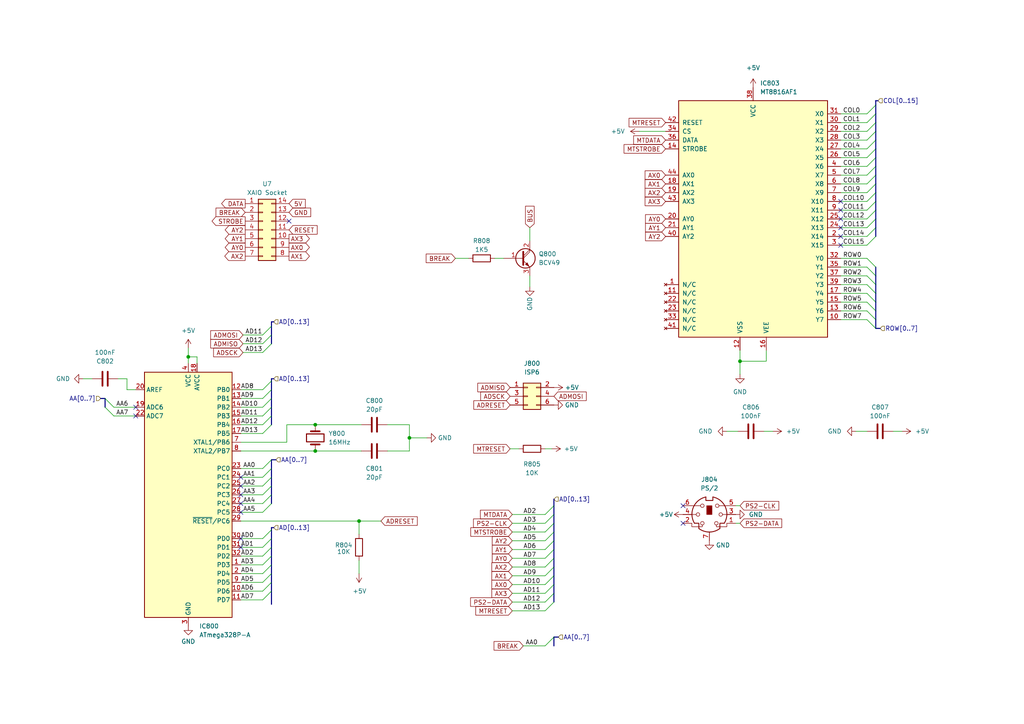
<source format=kicad_sch>
(kicad_sch (version 20230121) (generator eeschema)
  (paper "A4")
  (lib_symbols
    (symbol "Connector_Generic:Conn_02x03_Odd_Even" (pin_names (offset 1.016) hide)
      (property "Reference" "J" (at 1.27 5.08 0))
      (property "Value" "Conn_02x03_Odd_Even" (at 1.27 -5.08 0))
      (symbol "Conn_02x03_Odd_Even_1_1"
        (rectangle (start -1.27 -2.413) (end 0 -2.667) (stroke (width 0.1524)))
        (rectangle (start -1.27 0.127) (end 0 -0.127) (stroke (width 0.1524)))
        (rectangle (start -1.27 2.667) (end 0 2.413) (stroke (width 0.1524)))
        (rectangle (start -1.27 3.81) (end 3.81 -3.81) (stroke (width 0.254)) (fill (type background)))
        (rectangle (start 3.81 -2.413) (end 2.54 -2.667) (stroke (width 0.1524)))
        (rectangle (start 3.81 0.127) (end 2.54 -0.127) (stroke (width 0.1524)))
        (rectangle (start 3.81 2.667) (end 2.54 2.413) (stroke (width 0.1524)))
        (pin passive line (at -5.08 2.54 0) (length 3.81) (name "Pin_1") (number "1"))
        (pin passive line (at 7.62 2.54 180) (length 3.81) (name "Pin_2") (number "2"))
        (pin passive line (at -5.08 0 0) (length 3.81) (name "Pin_3") (number "3"))
        (pin passive line (at 7.62 0 180) (length 3.81) (name "Pin_4") (number "4"))
        (pin passive line (at -5.08 -2.54 0) (length 3.81) (name "Pin_5") (number "5"))
        (pin passive line (at 7.62 -2.54 180) (length 3.81) (name "Pin_6") (number "6"))
      )
    )
    (symbol "Connector_Generic:Conn_02x07_Counter_Clockwise" (pin_names (offset 1.016) hide)
      (property "Reference" "J" (at 1.27 10.16 0))
      (property "Value" "Conn_02x07_Counter_Clockwise" (at 1.27 -10.16 0))
      (symbol "Conn_02x07_Counter_Clockwise_1_1"
        (rectangle (start -1.27 -7.493) (end 0 -7.747) (stroke (width 0.1524)))
        (rectangle (start -1.27 -4.953) (end 0 -5.207) (stroke (width 0.1524)))
        (rectangle (start -1.27 -2.413) (end 0 -2.667) (stroke (width 0.1524)))
        (rectangle (start -1.27 0.127) (end 0 -0.127) (stroke (width 0.1524)))
        (rectangle (start -1.27 2.667) (end 0 2.413) (stroke (width 0.1524)))
        (rectangle (start -1.27 5.207) (end 0 4.953) (stroke (width 0.1524)))
        (rectangle (start -1.27 7.747) (end 0 7.493) (stroke (width 0.1524)))
        (rectangle (start -1.27 8.89) (end 3.81 -8.89) (stroke (width 0.254)) (fill (type background)))
        (rectangle (start 3.81 -7.493) (end 2.54 -7.747) (stroke (width 0.1524)))
        (rectangle (start 3.81 -4.953) (end 2.54 -5.207) (stroke (width 0.1524)))
        (rectangle (start 3.81 -2.413) (end 2.54 -2.667) (stroke (width 0.1524)))
        (rectangle (start 3.81 0.127) (end 2.54 -0.127) (stroke (width 0.1524)))
        (rectangle (start 3.81 2.667) (end 2.54 2.413) (stroke (width 0.1524)))
        (rectangle (start 3.81 5.207) (end 2.54 4.953) (stroke (width 0.1524)))
        (rectangle (start 3.81 7.747) (end 2.54 7.493) (stroke (width 0.1524)))
        (pin passive line (at -5.08 7.62 0) (length 3.81) (name "Pin_1") (number "1"))
        (pin passive line (at 7.62 -2.54 180) (length 3.81) (name "Pin_10") (number "10"))
        (pin passive line (at 7.62 0 180) (length 3.81) (name "Pin_11") (number "11"))
        (pin passive line (at 7.62 2.54 180) (length 3.81) (name "Pin_12") (number "12"))
        (pin passive line (at 7.62 5.08 180) (length 3.81) (name "Pin_13") (number "13"))
        (pin passive line (at 7.62 7.62 180) (length 3.81) (name "Pin_14") (number "14"))
        (pin passive line (at -5.08 5.08 0) (length 3.81) (name "Pin_2") (number "2"))
        (pin passive line (at -5.08 2.54 0) (length 3.81) (name "Pin_3") (number "3"))
        (pin passive line (at -5.08 0 0) (length 3.81) (name "Pin_4") (number "4"))
        (pin passive line (at -5.08 -2.54 0) (length 3.81) (name "Pin_5") (number "5"))
        (pin passive line (at -5.08 -5.08 0) (length 3.81) (name "Pin_6") (number "6"))
        (pin passive line (at -5.08 -7.62 0) (length 3.81) (name "Pin_7") (number "7"))
        (pin passive line (at 7.62 -7.62 180) (length 3.81) (name "Pin_8") (number "8"))
        (pin passive line (at 7.62 -5.08 180) (length 3.81) (name "Pin_9") (number "9"))
      )
    )
    (symbol "Device:C" (pin_numbers hide) (pin_names (offset 0.254))
      (property "Reference" "C" (at 0.635 2.54 0))
      (property "Value" "C" (at 0.635 -2.54 0))
      (symbol "C_0_1"
        (polyline (pts (xy -2.032 -0.762) (xy 2.032 -0.762)) (stroke (width 0.508)))
        (polyline (pts (xy -2.032 0.762) (xy 2.032 0.762)) (stroke (width 0.508)))
      )
      (symbol "C_1_1"
        (pin passive line (at 0 3.81 270) (length 2.794) (name "~") (number "1"))
        (pin passive line (at 0 -3.81 90) (length 2.794) (name "~") (number "2"))
      )
    )
    (symbol "Device:Crystal" (pin_numbers hide) (pin_names (offset 1.016) hide)
      (property "Reference" "Y" (at 0 3.81 0))
      (property "Value" "Crystal" (at 0 -3.81 0))
      (symbol "Crystal_0_1"
        (rectangle (start -1.143 2.54) (end 1.143 -2.54) (stroke (width 0.3048)))
        (polyline (pts (xy -2.54 0) (xy -1.905 0)))
        (polyline (pts (xy -1.905 -1.27) (xy -1.905 1.27)) (stroke (width 0.508)))
        (polyline (pts (xy 1.905 -1.27) (xy 1.905 1.27)) (stroke (width 0.508)))
        (polyline (pts (xy 2.54 0) (xy 1.905 0)))
      )
      (symbol "Crystal_1_1"
        (pin passive line (at -3.81 0 0) (length 1.27) (name "1") (number "1"))
        (pin passive line (at 3.81 0 180) (length 1.27) (name "2") (number "2"))
      )
    )
    (symbol "Device:R" (pin_numbers hide) (pin_names (offset 0))
      (property "Reference" "R" (at 2.032 0 90))
      (property "Value" "R" (at 0 0 90))
      (symbol "R_0_1"
        (rectangle (start -1.016 -2.54) (end 1.016 2.54) (stroke (width 0.254)))
      )
      (symbol "R_1_1"
        (pin passive line (at 0 3.81 270) (length 1.27) (name "~") (number "1"))
        (pin passive line (at 0 -3.81 90) (length 1.27) (name "~") (number "2"))
      )
    )
    (symbol "MCU_Microchip_ATmega:ATmega328P-A"
      (property "Reference" "U" (at -12.7 36.83 0))
      (property "Value" "ATmega328P-A" (at 2.54 -36.83 0))
      (symbol "ATmega328P-A_0_1"
        (rectangle (start -12.7 -35.56) (end 12.7 35.56) (stroke (width 0.254)) (fill (type background)))
      )
      (symbol "ATmega328P-A_1_1"
        (pin bidirectional line (at 15.24 -20.32 180) (length 2.54) (name "PD3") (number "1"))
        (pin bidirectional line (at 15.24 -27.94 180) (length 2.54) (name "PD6") (number "10"))
        (pin bidirectional line (at 15.24 -30.48 180) (length 2.54) (name "PD7") (number "11"))
        (pin bidirectional line (at 15.24 30.48 180) (length 2.54) (name "PB0") (number "12"))
        (pin bidirectional line (at 15.24 27.94 180) (length 2.54) (name "PB1") (number "13"))
        (pin bidirectional line (at 15.24 25.4 180) (length 2.54) (name "PB2") (number "14"))
        (pin bidirectional line (at 15.24 22.86 180) (length 2.54) (name "PB3") (number "15"))
        (pin bidirectional line (at 15.24 20.32 180) (length 2.54) (name "PB4") (number "16"))
        (pin bidirectional line (at 15.24 17.78 180) (length 2.54) (name "PB5") (number "17"))
        (pin power_in line (at 2.54 38.1 270) (length 2.54) (name "AVCC") (number "18"))
        (pin input line (at -15.24 25.4 0) (length 2.54) (name "ADC6") (number "19"))
        (pin bidirectional line (at 15.24 -22.86 180) (length 2.54) (name "PD4") (number "2"))
        (pin passive line (at -15.24 30.48 0) (length 2.54) (name "AREF") (number "20"))
        (pin passive line (at 0 -38.1 90) (length 2.54) hide (name "GND") (number "21"))
        (pin input line (at -15.24 22.86 0) (length 2.54) (name "ADC7") (number "22"))
        (pin bidirectional line (at 15.24 7.62 180) (length 2.54) (name "PC0") (number "23"))
        (pin bidirectional line (at 15.24 5.08 180) (length 2.54) (name "PC1") (number "24"))
        (pin bidirectional line (at 15.24 2.54 180) (length 2.54) (name "PC2") (number "25"))
        (pin bidirectional line (at 15.24 0 180) (length 2.54) (name "PC3") (number "26"))
        (pin bidirectional line (at 15.24 -2.54 180) (length 2.54) (name "PC4") (number "27"))
        (pin bidirectional line (at 15.24 -5.08 180) (length 2.54) (name "PC5") (number "28"))
        (pin bidirectional line (at 15.24 -7.62 180) (length 2.54) (name "~{RESET}/PC6") (number "29"))
        (pin power_in line (at 0 -38.1 90) (length 2.54) (name "GND") (number "3"))
        (pin bidirectional line (at 15.24 -12.7 180) (length 2.54) (name "PD0") (number "30"))
        (pin bidirectional line (at 15.24 -15.24 180) (length 2.54) (name "PD1") (number "31"))
        (pin bidirectional line (at 15.24 -17.78 180) (length 2.54) (name "PD2") (number "32"))
        (pin power_in line (at 0 38.1 270) (length 2.54) (name "VCC") (number "4"))
        (pin passive line (at 0 -38.1 90) (length 2.54) hide (name "GND") (number "5"))
        (pin passive line (at 0 38.1 270) (length 2.54) hide (name "VCC") (number "6"))
        (pin bidirectional line (at 15.24 15.24 180) (length 2.54) (name "XTAL1/PB6") (number "7"))
        (pin bidirectional line (at 15.24 12.7 180) (length 2.54) (name "XTAL2/PB7") (number "8"))
        (pin bidirectional line (at 15.24 -25.4 180) (length 2.54) (name "PD5") (number "9"))
      )
    )
    (symbol "MTKEYBOARD:MT8816AF1" (pin_names (offset 1.016))
      (property "Reference" "U" (at -13.97 35.56 0))
      (property "Value" "MT8816AF1" (at 2.54 35.56 0))
      (symbol "MT8816AF1_0_1"
        (rectangle (start -21.59 34.29) (end 21.59 -34.29) (stroke (width 0.254)) (fill (type background)))
      )
      (symbol "MT8816AF1_1_1"
        (pin no_connect line (at -25.4 -19.05 0) (length 3.81) (name "N/C") (number "1"))
        (pin bidirectional line (at 25.4 -29.21 180) (length 3.81) (name "Y7") (number "10"))
        (pin no_connect line (at -25.4 -21.59 0) (length 3.81) (name "N/C") (number "11"))
        (pin power_in line (at -3.81 -38.1 90) (length 3.81) (name "VSS") (number "12"))
        (pin bidirectional line (at 25.4 -26.67 180) (length 3.81) (name "Y6") (number "13"))
        (pin input line (at -25.4 20.32 0) (length 3.81) (name "STROBE") (number "14"))
        (pin bidirectional line (at 25.4 -24.13 180) (length 3.81) (name "Y5") (number "15"))
        (pin power_in line (at 3.81 -38.1 90) (length 3.81) (name "VEE") (number "16"))
        (pin bidirectional line (at 25.4 -21.59 180) (length 3.81) (name "Y4") (number "17"))
        (pin input line (at -25.4 10.16 0) (length 3.81) (name "AX1") (number "18"))
        (pin input line (at -25.4 7.62 0) (length 3.81) (name "AX2") (number "19"))
        (pin bidirectional line (at 25.4 -5.08 180) (length 3.81) (name "X14") (number "2"))
        (pin input line (at -25.4 0 0) (length 3.81) (name "AY0") (number "20"))
        (pin input line (at -25.4 -2.54 0) (length 3.81) (name "AY1") (number "21"))
        (pin no_connect line (at -25.4 -24.13 0) (length 3.81) (name "N/C") (number "22"))
        (pin no_connect line (at -25.4 -26.67 0) (length 3.81) (name "N/C") (number "23"))
        (pin bidirectional line (at 25.4 -2.54 180) (length 3.81) (name "X13") (number "24"))
        (pin bidirectional line (at 25.4 0 180) (length 3.81) (name "X12") (number "25"))
        (pin bidirectional line (at 25.4 17.78 180) (length 3.81) (name "X5") (number "26"))
        (pin bidirectional line (at 25.4 20.32 180) (length 3.81) (name "X4") (number "27"))
        (pin bidirectional line (at 25.4 22.86 180) (length 3.81) (name "X3") (number "28"))
        (pin bidirectional line (at 25.4 25.4 180) (length 3.81) (name "X2") (number "29"))
        (pin bidirectional line (at 25.4 -7.62 180) (length 3.81) (name "X15") (number "3"))
        (pin bidirectional line (at 25.4 27.94 180) (length 3.81) (name "X1") (number "30"))
        (pin bidirectional line (at 25.4 30.48 180) (length 3.81) (name "X0") (number "31"))
        (pin bidirectional line (at 25.4 -11.43 180) (length 3.81) (name "Y0") (number "32"))
        (pin no_connect line (at -25.4 -29.21 0) (length 3.81) (name "N/C") (number "33"))
        (pin input line (at -25.4 25.4 0) (length 3.81) (name "CS") (number "34"))
        (pin bidirectional line (at 25.4 -13.97 180) (length 3.81) (name "Y1") (number "35"))
        (pin input line (at -25.4 22.86 0) (length 3.81) (name "DATA") (number "36"))
        (pin bidirectional line (at 25.4 -16.51 180) (length 3.81) (name "Y2") (number "37"))
        (pin power_in line (at 0 38.1 270) (length 3.81) (name "VCC") (number "38"))
        (pin bidirectional line (at 25.4 -19.05 180) (length 3.81) (name "Y3") (number "39"))
        (pin bidirectional line (at 25.4 15.24 180) (length 3.81) (name "X6") (number "4"))
        (pin input line (at -25.4 -5.08 0) (length 3.81) (name "AY2") (number "40"))
        (pin no_connect line (at -25.4 -31.75 0) (length 3.81) (name "N/C") (number "41"))
        (pin input line (at -25.4 27.94 0) (length 3.81) (name "RESET") (number "42"))
        (pin input line (at -25.4 5.08 0) (length 3.81) (name "AX3") (number "43"))
        (pin input line (at -25.4 12.7 0) (length 3.81) (name "AX0") (number "44"))
        (pin bidirectional line (at 25.4 12.7 180) (length 3.81) (name "X7") (number "5"))
        (pin bidirectional line (at 25.4 10.16 180) (length 3.81) (name "X8") (number "6"))
        (pin bidirectional line (at 25.4 7.62 180) (length 3.81) (name "X9") (number "7"))
        (pin bidirectional line (at 25.4 5.08 180) (length 3.81) (name "X10") (number "8"))
        (pin bidirectional line (at 25.4 2.54 180) (length 3.81) (name "X11") (number "9"))
      )
    )
    (symbol "MTKEYBOARD:Mini-DIN-6" (pin_names (offset 1.016))
      (property "Reference" "J**" (at 0.0177 10.16 0))
      (property "Value" "Mini-DIN-6" (at 0.0177 7.62 0))
      (symbol "Mini-DIN-6_0_1"
        (circle (center -3.302 0) (radius 0.508))
        (arc (start -3.048 -4.064) (mid 0 -5.08) (end 3.048 -4.064) (stroke (width 0.254)))
        (circle (center -2.032 -2.54) (radius 0.508))
        (circle (center -2.032 2.54) (radius 0.508))
        (arc (start -1.016 5.08) (mid -4.6243 2.1181) (end -4.318 -2.54) (stroke (width 0.254)))
        (rectangle (start -0.762 2.54) (end 0.762 0) (fill (type outline)))
        (polyline (pts (xy -3.81 0) (xy -5.08 0)))
        (polyline (pts (xy -2.54 2.54) (xy -5.08 2.54)))
        (polyline (pts (xy 2.794 2.54) (xy 5.08 2.54)))
        (polyline (pts (xy 5.08 0) (xy 3.81 0)))
        (polyline (pts (xy -4.318 -2.54) (xy -3.048 -2.54) (xy -3.048 -4.064)) (stroke (width 0.254)))
        (polyline (pts (xy 4.318 -2.54) (xy 3.048 -2.54) (xy 3.048 -4.064)) (stroke (width 0.254)))
        (polyline (pts (xy -2.032 -3.048) (xy -2.032 -3.556) (xy -5.08 -3.556) (xy -5.08 -2.54)))
        (polyline (pts (xy -1.016 5.08) (xy -1.016 4.064) (xy 1.016 4.064) (xy 1.016 5.08)) (stroke (width 0.254)))
        (polyline (pts (xy 2.032 -3.048) (xy 2.032 -3.556) (xy 5.08 -3.556) (xy 5.08 -2.54)))
        (circle (center 2.032 -2.54) (radius 0.508))
        (circle (center 2.286 2.54) (radius 0.508))
        (circle (center 3.302 0) (radius 0.508))
        (arc (start 4.318 -2.54) (mid 4.6646 2.1357) (end 1.016 5.08) (stroke (width 0.254)))
      )
      (symbol "Mini-DIN-6_1_1"
        (pin passive line (at 7.62 -2.54 180) (length 2.54) (name "~") (number "1"))
        (pin passive line (at -7.62 -2.54 0) (length 2.54) (name "~") (number "2"))
        (pin passive line (at 7.62 0 180) (length 2.54) (name "~") (number "3"))
        (pin passive line (at -7.62 0 0) (length 2.54) (name "~") (number "4"))
        (pin passive line (at 7.62 2.54 180) (length 2.54) (name "~") (number "5"))
        (pin passive line (at -7.62 2.54 0) (length 2.54) (name "~") (number "6"))
        (pin passive line (at 0 -7.62 90) (length 2.54) (name "~") (number "7"))
      )
    )
    (symbol "Transistor_BJT:BCV49" (pin_names (offset 0) hide)
      (property "Reference" "Q" (at 4.572 1.27 0))
      (property "Value" "BCV49" (at 4.572 -1.27 0))
      (symbol "BCV49_0_1"
        (polyline (pts (xy 0.635 0.635) (xy 2.54 2.54)))
        (polyline (pts (xy 0.635 -0.635) (xy 2.54 -2.54) (xy 2.54 -2.54)))
        (polyline (pts (xy 0.635 0) (xy 2.54 1.905) (xy 2.54 2.54)))
        (polyline (pts (xy 0.635 1.905) (xy 0.635 -1.905) (xy 0.635 -1.905)) (stroke (width 0.508)))
        (polyline (pts (xy 1.27 -1.778) (xy 1.778 -1.27) (xy 2.286 -2.286) (xy 1.27 -1.778) (xy 1.27 -1.778)) (fill (type outline)))
        (circle (center 1.27 0) (radius 2.8194) (stroke (width 0.254)))
      )
      (symbol "BCV49_1_1"
        (pin input line (at -5.08 0 0) (length 5.715) (name "B") (number "1"))
        (pin passive line (at 2.54 5.08 270) (length 2.54) (name "C") (number "2"))
        (pin passive line (at 2.54 -5.08 90) (length 2.54) (name "E") (number "3"))
      )
    )
    (symbol "power:+5V" (power) (pin_names (offset 0))
      (property "Value" "+5V" (at 0 3.556 0))
      (symbol "+5V_0_1"
        (polyline (pts (xy -0.762 1.27) (xy 0 2.54)))
        (polyline (pts (xy 0 0) (xy 0 2.54)))
        (polyline (pts (xy 0 2.54) (xy 0.762 1.27)))
      )
      (symbol "+5V_1_1"
        (pin power_in line (at 0 0 90) (length 0) hide (name "+5V") (number "1"))
      )
    )
    (symbol "power:GND" (power) (pin_names (offset 0))
      (property "Value" "GND" (at 0 -3.81 0))
      (symbol "GND_0_1"
        (polyline (pts (xy 0 0) (xy 0 -1.27) (xy 1.27 -1.27) (xy 0 -2.54) (xy -1.27 -1.27) (xy 0 -1.27)))
      )
      (symbol "GND_1_1"
        (pin power_in line (at 0 0 270) (length 0) hide (name "GND") (number "1"))
      )
    )
  )
  (junction (at 214.63 104.775))
  (junction (at 91.44 123.19))
  (junction (at 91.44 130.81))
  (junction (at 54.61 103.505))
  (junction (at 104.14 151.13))
  (junction (at 118.745 127))
  (no_connect (at 243.84 68.58))
  (no_connect (at 69.85 148.59))
  (no_connect (at 69.85 138.43))
  (no_connect (at 243.84 58.42))
  (no_connect (at 243.84 63.5))
  (no_connect (at 69.85 158.75))
  (no_connect (at 39.37 118.11))
  (no_connect (at 198.12 151.765))
  (no_connect (at 243.84 60.96))
  (no_connect (at 69.85 146.05))
  (no_connect (at 198.12 146.685))
  (no_connect (at 69.85 143.51))
  (no_connect (at 83.82 64.135))
  (no_connect (at 243.84 66.04))
  (no_connect (at 69.85 140.97))
  (no_connect (at 39.37 120.65))
  (no_connect (at 243.84 71.12))
  (no_connect (at 69.85 156.21))
  (bus_entry (at 158.115 174.625) (size 2.54 -2.54))
  (bus_entry (at 251.46 66.04) (size 2.54 -2.54))
  (bus_entry (at 158.115 164.465) (size 2.54 -2.54))
  (bus_entry (at 76.2 102.235) (size 2.54 -2.54))
  (bus_entry (at 158.115 177.165) (size 2.54 -2.54))
  (bus_entry (at 76.2 120.65) (size 2.54 -2.54))
  (bus_entry (at 251.46 82.55) (size 2.54 2.54))
  (bus_entry (at 251.46 68.58) (size 2.54 -2.54))
  (bus_entry (at 251.46 90.17) (size 2.54 2.54))
  (bus_entry (at 251.46 71.12) (size 2.54 -2.54))
  (bus_entry (at 251.46 33.02) (size 2.54 -2.54))
  (bus_entry (at 251.46 38.1) (size 2.54 -2.54))
  (bus_entry (at 251.46 58.42) (size 2.54 -2.54))
  (bus_entry (at 76.2 123.19) (size 2.54 -2.54))
  (bus_entry (at 158.115 151.765) (size 2.54 -2.54))
  (bus_entry (at 158.115 154.305) (size 2.54 -2.54))
  (bus_entry (at 251.46 92.71) (size 2.54 2.54))
  (bus_entry (at 76.2 158.75) (size 2.54 -2.54))
  (bus_entry (at 76.2 118.11) (size 2.54 -2.54))
  (bus_entry (at 251.46 55.88) (size 2.54 -2.54))
  (bus_entry (at 76.2 161.29) (size 2.54 -2.54))
  (bus_entry (at 76.2 163.83) (size 2.54 -2.54))
  (bus_entry (at 76.2 113.03) (size 2.54 -2.54))
  (bus_entry (at 76.2 125.73) (size 2.54 -2.54))
  (bus_entry (at 76.2 115.57) (size 2.54 -2.54))
  (bus_entry (at 251.46 43.18) (size 2.54 -2.54))
  (bus_entry (at 251.46 63.5) (size 2.54 -2.54))
  (bus_entry (at 33.02 120.65) (size -2.54 -2.54))
  (bus_entry (at 76.2 156.21) (size 2.54 -2.54))
  (bus_entry (at 158.115 169.545) (size 2.54 -2.54))
  (bus_entry (at 76.2 148.59) (size 2.54 -2.54))
  (bus_entry (at 251.46 74.93) (size 2.54 2.54))
  (bus_entry (at 76.2 171.45) (size 2.54 -2.54))
  (bus_entry (at 158.115 161.925) (size 2.54 -2.54))
  (bus_entry (at 251.46 85.09) (size 2.54 2.54))
  (bus_entry (at 76.2 135.89) (size 2.54 -2.54))
  (bus_entry (at 251.46 80.01) (size 2.54 2.54))
  (bus_entry (at 76.2 166.37) (size 2.54 -2.54))
  (bus_entry (at 76.2 146.05) (size 2.54 -2.54))
  (bus_entry (at 76.2 97.155) (size 2.54 -2.54))
  (bus_entry (at 76.2 168.91) (size 2.54 -2.54))
  (bus_entry (at 251.46 35.56) (size 2.54 -2.54))
  (bus_entry (at 158.115 156.845) (size 2.54 -2.54))
  (bus_entry (at 251.46 45.72) (size 2.54 -2.54))
  (bus_entry (at 76.2 173.99) (size 2.54 -2.54))
  (bus_entry (at 76.2 143.51) (size 2.54 -2.54))
  (bus_entry (at 251.46 48.26) (size 2.54 -2.54))
  (bus_entry (at 251.46 60.96) (size 2.54 -2.54))
  (bus_entry (at 76.2 99.695) (size 2.54 -2.54))
  (bus_entry (at 33.02 118.11) (size -2.54 -2.54))
  (bus_entry (at 251.46 50.8) (size 2.54 -2.54))
  (bus_entry (at 158.115 149.225) (size 2.54 -2.54))
  (bus_entry (at 158.115 187.325) (size 2.54 -2.54))
  (bus_entry (at 251.46 77.47) (size 2.54 2.54))
  (bus_entry (at 76.2 140.97) (size 2.54 -2.54))
  (bus_entry (at 251.46 40.64) (size 2.54 -2.54))
  (bus_entry (at 251.46 53.34) (size 2.54 -2.54))
  (bus_entry (at 76.2 138.43) (size 2.54 -2.54))
  (bus_entry (at 251.46 87.63) (size 2.54 2.54))
  (bus_entry (at 158.115 172.085) (size 2.54 -2.54))
  (bus_entry (at 158.115 159.385) (size 2.54 -2.54))
  (bus_entry (at 158.115 167.005) (size 2.54 -2.54))
  (wire (pts (xy 148.59 161.925) (xy 158.115 161.925)))
  (wire (pts (xy 36.83 113.03) (xy 39.37 113.03)))
  (wire (pts (xy 148.59 164.465) (xy 158.115 164.465)))
  (wire (pts (xy 118.745 123.19) (xy 118.745 127)))
  (wire (pts (xy 69.85 143.51) (xy 76.2 143.51)))
  (bus (pts (xy 254 80.01) (xy 254 82.55)))
  (bus (pts (xy 160.655 159.385) (xy 160.655 161.925)))
  (wire (pts (xy 148.59 151.765) (xy 158.115 151.765)))
  (wire (pts (xy 69.85 120.65) (xy 76.2 120.65)))
  (wire (pts (xy 118.745 127) (xy 123.825 127)))
  (wire (pts (xy 69.85 156.21) (xy 76.2 156.21)))
  (wire (pts (xy 243.84 58.42) (xy 251.46 58.42)))
  (wire (pts (xy 112.395 130.81) (xy 118.745 130.81)))
  (wire (pts (xy 69.85 166.37) (xy 76.2 166.37)))
  (bus (pts (xy 78.74 113.03) (xy 78.74 115.57)))
  (wire (pts (xy 243.84 35.56) (xy 251.46 35.56)))
  (wire (pts (xy 39.37 120.65) (xy 33.02 120.65)))
  (wire (pts (xy 243.84 82.55) (xy 251.46 82.55)))
  (bus (pts (xy 254 40.64) (xy 254 43.18)))
  (wire (pts (xy 153.67 80.01) (xy 153.67 83.185)))
  (bus (pts (xy 78.74 161.29) (xy 78.74 163.83)))
  (wire (pts (xy 148.59 159.385) (xy 158.115 159.385)))
  (wire (pts (xy 243.84 87.63) (xy 251.46 87.63)))
  (bus (pts (xy 254 50.8) (xy 254 53.34)))
  (bus (pts (xy 254 45.72) (xy 254 48.26)))
  (bus (pts (xy 254 43.18) (xy 254 45.72)))
  (wire (pts (xy 210.82 125.095) (xy 213.995 125.095)))
  (bus (pts (xy 78.74 153.035) (xy 78.74 153.67)))
  (wire (pts (xy 34.29 109.855) (xy 36.83 109.855)))
  (bus (pts (xy 78.74 140.97) (xy 78.74 143.51)))
  (wire (pts (xy 69.85 118.11) (xy 76.2 118.11)))
  (wire (pts (xy 243.84 77.47) (xy 251.46 77.47)))
  (wire (pts (xy 243.84 74.93) (xy 251.46 74.93)))
  (bus (pts (xy 160.655 161.925) (xy 160.655 164.465)))
  (bus (pts (xy 254 48.26) (xy 254 50.8)))
  (wire (pts (xy 69.85 130.81) (xy 91.44 130.81)))
  (wire (pts (xy 57.15 103.505) (xy 54.61 103.505)))
  (wire (pts (xy 148.59 169.545) (xy 158.115 169.545)))
  (bus (pts (xy 79.375 93.345) (xy 78.74 93.345)))
  (bus (pts (xy 254 82.55) (xy 254 85.09)))
  (wire (pts (xy 243.84 68.58) (xy 251.46 68.58)))
  (wire (pts (xy 143.51 74.93) (xy 146.05 74.93)))
  (wire (pts (xy 69.85 151.13) (xy 104.14 151.13)))
  (bus (pts (xy 78.74 120.65) (xy 78.74 123.19)))
  (bus (pts (xy 160.655 149.225) (xy 160.655 151.765)))
  (bus (pts (xy 78.74 94.615) (xy 78.74 97.155)))
  (bus (pts (xy 254 29.21) (xy 254 30.48)))
  (wire (pts (xy 69.85 148.59) (xy 76.2 148.59)))
  (wire (pts (xy 243.84 43.18) (xy 251.46 43.18)))
  (bus (pts (xy 78.74 153.67) (xy 78.74 156.21)))
  (bus (pts (xy 78.74 143.51) (xy 78.74 146.05)))
  (wire (pts (xy 243.84 66.04) (xy 251.46 66.04)))
  (bus (pts (xy 160.655 154.305) (xy 160.655 156.845)))
  (wire (pts (xy 243.84 90.17) (xy 251.46 90.17)))
  (wire (pts (xy 69.85 140.97) (xy 76.2 140.97)))
  (wire (pts (xy 153.67 66.04) (xy 153.67 69.85)))
  (wire (pts (xy 69.85 146.05) (xy 76.2 146.05)))
  (wire (pts (xy 104.14 162.56) (xy 104.14 166.37)))
  (bus (pts (xy 78.74 138.43) (xy 78.74 140.97)))
  (wire (pts (xy 91.44 130.81) (xy 104.775 130.81)))
  (bus (pts (xy 78.74 158.75) (xy 78.74 161.29)))
  (wire (pts (xy 243.84 40.64) (xy 251.46 40.64)))
  (wire (pts (xy 69.85 161.29) (xy 76.2 161.29)))
  (wire (pts (xy 243.84 71.12) (xy 251.46 71.12)))
  (wire (pts (xy 69.85 128.27) (xy 83.185 128.27)))
  (wire (pts (xy 69.85 173.99) (xy 76.2 173.99)))
  (wire (pts (xy 148.59 174.625) (xy 158.115 174.625)))
  (wire (pts (xy 214.63 151.765) (xy 213.36 151.765)))
  (wire (pts (xy 69.85 168.91) (xy 76.2 168.91)))
  (wire (pts (xy 69.85 138.43) (xy 76.2 138.43)))
  (wire (pts (xy 83.185 128.27) (xy 83.185 123.19)))
  (bus (pts (xy 254 30.48) (xy 254 33.02)))
  (bus (pts (xy 160.655 156.845) (xy 160.655 159.385)))
  (bus (pts (xy 160.655 184.785) (xy 161.925 184.785)))
  (wire (pts (xy 214.63 101.6) (xy 214.63 104.775)))
  (bus (pts (xy 255.27 95.25) (xy 254 95.25)))
  (wire (pts (xy 83.185 123.19) (xy 91.44 123.19)))
  (wire (pts (xy 243.84 45.72) (xy 251.46 45.72)))
  (wire (pts (xy 214.63 104.775) (xy 222.25 104.775)))
  (wire (pts (xy 69.85 125.73) (xy 76.2 125.73)))
  (bus (pts (xy 30.48 115.57) (xy 30.48 118.11)))
  (wire (pts (xy 148.59 156.845) (xy 158.115 156.845)))
  (wire (pts (xy 69.85 171.45) (xy 76.2 171.45)))
  (bus (pts (xy 78.74 97.155) (xy 78.74 99.695)))
  (wire (pts (xy 243.84 55.88) (xy 251.46 55.88)))
  (bus (pts (xy 78.74 133.35) (xy 78.74 135.89)))
  (bus (pts (xy 160.655 167.005) (xy 160.655 169.545)))
  (wire (pts (xy 104.14 151.13) (xy 110.49 151.13)))
  (bus (pts (xy 160.655 169.545) (xy 160.655 172.085)))
  (bus (pts (xy 254 63.5) (xy 254 66.04)))
  (bus (pts (xy 79.375 109.855) (xy 78.74 109.855)))
  (bus (pts (xy 254 92.71) (xy 254 95.25)))
  (wire (pts (xy 148.59 167.005) (xy 158.115 167.005)))
  (wire (pts (xy 39.37 118.11) (xy 33.02 118.11)))
  (wire (pts (xy 54.61 103.505) (xy 54.61 105.41)))
  (wire (pts (xy 69.85 135.89) (xy 76.2 135.89)))
  (bus (pts (xy 78.74 118.11) (xy 78.74 120.65)))
  (bus (pts (xy 80.01 133.35) (xy 78.74 133.35)))
  (bus (pts (xy 254 35.56) (xy 254 38.1)))
  (bus (pts (xy 160.655 172.085) (xy 160.655 174.625)))
  (wire (pts (xy 112.395 123.19) (xy 118.745 123.19)))
  (wire (pts (xy 69.85 123.19) (xy 76.2 123.19)))
  (bus (pts (xy 78.74 109.855) (xy 78.74 110.49)))
  (wire (pts (xy 243.84 92.71) (xy 251.46 92.71)))
  (bus (pts (xy 78.74 168.91) (xy 78.74 171.45)))
  (wire (pts (xy 185.42 38.1) (xy 193.04 38.1)))
  (wire (pts (xy 248.285 125.095) (xy 251.46 125.095)))
  (bus (pts (xy 160.655 151.765) (xy 160.655 154.305)))
  (wire (pts (xy 70.485 99.695) (xy 76.2 99.695)))
  (bus (pts (xy 160.655 146.685) (xy 160.655 149.225)))
  (wire (pts (xy 70.485 102.235) (xy 76.2 102.235)))
  (wire (pts (xy 148.59 154.305) (xy 158.115 154.305)))
  (wire (pts (xy 243.84 50.8) (xy 251.46 50.8)))
  (wire (pts (xy 69.85 113.03) (xy 76.2 113.03)))
  (wire (pts (xy 132.08 74.93) (xy 135.89 74.93)))
  (wire (pts (xy 150.495 130.175) (xy 147.955 130.175)))
  (wire (pts (xy 148.59 172.085) (xy 158.115 172.085)))
  (wire (pts (xy 243.84 80.01) (xy 251.46 80.01)))
  (bus (pts (xy 254 66.04) (xy 254 68.58)))
  (wire (pts (xy 57.15 105.41) (xy 57.15 103.505)))
  (wire (pts (xy 243.84 63.5) (xy 251.46 63.5)))
  (wire (pts (xy 243.84 38.1) (xy 251.46 38.1)))
  (bus (pts (xy 254 33.02) (xy 254 35.56)))
  (wire (pts (xy 214.63 146.685) (xy 213.36 146.685)))
  (wire (pts (xy 36.83 109.855) (xy 36.83 113.03)))
  (wire (pts (xy 259.08 125.095) (xy 261.62 125.095)))
  (bus (pts (xy 254 58.42) (xy 254 60.96)))
  (wire (pts (xy 54.61 103.505) (xy 54.61 100.965)))
  (wire (pts (xy 69.85 163.83) (xy 76.2 163.83)))
  (bus (pts (xy 160.655 184.785) (xy 160.655 187.325)))
  (bus (pts (xy 29.21 115.57) (xy 30.48 115.57)))
  (wire (pts (xy 222.25 104.775) (xy 222.25 101.6)))
  (wire (pts (xy 104.14 151.13) (xy 104.14 154.94)))
  (bus (pts (xy 254 90.17) (xy 254 92.71)))
  (bus (pts (xy 78.74 156.21) (xy 78.74 158.75)))
  (bus (pts (xy 78.74 135.89) (xy 78.74 138.43)))
  (wire (pts (xy 221.615 125.095) (xy 224.155 125.095)))
  (bus (pts (xy 78.74 166.37) (xy 78.74 168.91)))
  (wire (pts (xy 69.85 115.57) (xy 76.2 115.57)))
  (bus (pts (xy 160.655 164.465) (xy 160.655 167.005)))
  (bus (pts (xy 254 55.88) (xy 254 58.42)))
  (bus (pts (xy 78.74 110.49) (xy 78.74 113.03)))
  (wire (pts (xy 151.765 187.325) (xy 158.115 187.325)))
  (bus (pts (xy 254 87.63) (xy 254 90.17)))
  (wire (pts (xy 24.13 109.855) (xy 26.67 109.855)))
  (bus (pts (xy 78.74 163.83) (xy 78.74 166.37)))
  (bus (pts (xy 254 60.96) (xy 254 63.5)))
  (wire (pts (xy 160.02 130.175) (xy 158.115 130.175)))
  (wire (pts (xy 214.63 108.585) (xy 214.63 104.775)))
  (wire (pts (xy 91.44 123.19) (xy 104.775 123.19)))
  (wire (pts (xy 148.59 177.165) (xy 158.115 177.165)))
  (bus (pts (xy 254 77.47) (xy 254 80.01)))
  (bus (pts (xy 78.74 171.45) (xy 78.74 175.26)))
  (bus (pts (xy 254.635 29.21) (xy 254 29.21)))
  (bus (pts (xy 254 38.1) (xy 254 40.64)))
  (bus (pts (xy 79.375 153.035) (xy 78.74 153.035)))
  (bus (pts (xy 254 53.34) (xy 254 55.88)))
  (wire (pts (xy 243.84 33.02) (xy 251.46 33.02)))
  (bus (pts (xy 78.74 93.345) (xy 78.74 94.615)))
  (wire (pts (xy 243.84 85.09) (xy 251.46 85.09)))
  (wire (pts (xy 243.84 48.26) (xy 251.46 48.26)))
  (wire (pts (xy 70.485 97.155) (xy 76.2 97.155)))
  (bus (pts (xy 254 85.09) (xy 254 87.63)))
  (wire (pts (xy 148.59 149.225) (xy 158.115 149.225)))
  (wire (pts (xy 243.84 53.34) (xy 251.46 53.34)))
  (bus (pts (xy 78.74 115.57) (xy 78.74 118.11)))
  (wire (pts (xy 243.84 60.96) (xy 251.46 60.96)))
  (bus (pts (xy 160.655 144.78) (xy 160.655 146.685)))
  (wire (pts (xy 69.85 158.75) (xy 76.2 158.75)))
  (wire (pts (xy 118.745 130.81) (xy 118.745 127)))
  (label "COL11" (at 244.475 60.96 0))
  (label "COL2" (at 244.475 38.1 0))
  (label "AA5" (at 70.485 148.59 0))
  (label "COL4" (at 244.475 43.18 0))
  (label "AD10" (at 151.765 169.545 0))
  (label "AA4" (at 70.485 146.05 0))
  (label "COL15" (at 244.475 71.12 0))
  (label "AD11" (at 69.85 120.65 0))
  (label "COL5" (at 244.475 45.72 0))
  (label "ROW1" (at 244.475 77.47 0))
  (label "COL9" (at 244.475 55.88 0))
  (label "AA3" (at 70.485 143.51 0))
  (label "COL8" (at 244.475 53.34 0))
  (label "COL1" (at 244.475 35.56 0))
  (label "AD8" (at 151.765 164.465 0))
  (label "AA0" (at 152.4 187.325 0))
  (label "AD12" (at 71.12 99.695 0))
  (label "AA7" (at 33.655 120.65 0))
  (label "AA0" (at 70.485 135.89 0))
  (label "COL7" (at 244.475 50.8 0))
  (label "COL12" (at 244.475 63.5 0))
  (label "COL0" (at 244.475 33.02 0))
  (label "COL10" (at 244.475 58.42 0))
  (label "AA6" (at 33.655 118.11 0))
  (label "AD1" (at 69.85 158.75 0))
  (label "COL13" (at 244.475 66.04 0))
  (label "AD9" (at 151.765 167.005 0))
  (label "COL3" (at 244.475 40.64 0))
  (label "AD7" (at 151.765 161.925 0))
  (label "AD3" (at 69.85 163.83 0))
  (label "AA1" (at 70.485 138.43 0))
  (label "AD12" (at 151.765 174.625 0))
  (label "AD6" (at 69.85 171.45 0))
  (label "ROW5" (at 244.475 87.63 0))
  (label "AD3" (at 151.765 151.765 0))
  (label "AD13" (at 151.765 177.165 0))
  (label "AD5" (at 69.85 168.91 0))
  (label "ROW3" (at 244.475 82.55 0))
  (label "AD11" (at 71.12 97.155 0))
  (label "AD0" (at 69.85 156.21 0))
  (label "AD4" (at 151.765 154.305 0))
  (label "AD6" (at 151.765 159.385 0))
  (label "AA2" (at 70.485 140.97 0))
  (label "AD7" (at 69.85 173.99 0))
  (label "AD2" (at 151.765 149.225 0))
  (label "AD5" (at 151.765 156.845 0))
  (label "ROW4" (at 244.475 85.09 0))
  (label "COL6" (at 244.475 48.26 0))
  (label "AD9" (at 69.85 115.57 0))
  (label "AD8" (at 69.85 113.03 0))
  (label "ROW7" (at 244.475 92.71 0))
  (label "AD4" (at 69.85 166.37 0))
  (label "AD13" (at 69.85 125.73 0))
  (label "AD11" (at 151.765 172.085 0))
  (label "AD2" (at 69.85 161.29 0))
  (label "ROW6" (at 244.475 90.17 0))
  (label "COL14" (at 244.475 68.58 0))
  (label "ROW0" (at 244.475 74.93 0))
  (label "AD13" (at 71.12 102.235 0))
  (label "AD10" (at 69.85 118.11 0))
  (label "ROW2" (at 244.475 80.01 0))
  (label "AD12" (at 69.85 123.19 0))
  (global_label "AY2" (shape output) (at 71.12 66.675 180) (property "Intersheetrefs" "${INTERSHEET_REFS}" (effects hide)))
  (global_label "DATA" (shape output) (at 71.12 59.055 180) (property "Intersheetrefs" "${INTERSHEET_REFS}" (effects hide)))
  (global_label "MTSTROBE" (shape input) (at 193.04 43.18 180) (property "Intersheetrefs" "${INTERSHEET_REFS}" (effects hide)))
  (global_label "AY1" (shape input) (at 193.04 66.04 180) (property "Intersheetrefs" "${INTERSHEET_REFS}" (effects hide)))
  (global_label "PS2-DATA" (shape input) (at 214.63 151.765 0) (property "Intersheetrefs" "${INTERSHEET_REFS}" (effects hide)))
  (global_label "PS2-CLK" (shape input) (at 148.59 151.765 180) (property "Intersheetrefs" "${INTERSHEET_REFS}" (effects hide)))
  (global_label "BUS" (shape input) (at 153.67 66.04 90) (property "Intersheetrefs" "${INTERSHEET_REFS}" (effects hide)))
  (global_label "AY2" (shape input) (at 148.59 156.845 180) (property "Intersheetrefs" "${INTERSHEET_REFS}" (effects hide)))
  (global_label "AX2" (shape output) (at 71.12 74.295 180) (property "Intersheetrefs" "${INTERSHEET_REFS}" (effects hide)))
  (global_label "STROBE" (shape output) (at 71.12 64.135 180) (property "Intersheetrefs" "${INTERSHEET_REFS}" (effects hide)))
  (global_label "ADMISO" (shape input) (at 147.955 112.395 180) (property "Intersheetrefs" "${INTERSHEET_REFS}" (effects hide)))
  (global_label "BREAK" (shape input) (at 71.12 61.595 180) (property "Intersheetrefs" "${INTERSHEET_REFS}" (effects hide)))
  (global_label "AX1" (shape output) (at 83.82 74.295 0) (property "Intersheetrefs" "${INTERSHEET_REFS}" (effects hide)))
  (global_label "ADMOSI" (shape input) (at 160.655 114.935 0) (property "Intersheetrefs" "${INTERSHEET_REFS}" (effects hide)))
  (global_label "AY1" (shape input) (at 148.59 159.385 180) (property "Intersheetrefs" "${INTERSHEET_REFS}" (effects hide)))
  (global_label "ADMISO" (shape input) (at 70.485 99.695 180) (property "Intersheetrefs" "${INTERSHEET_REFS}" (effects hide)))
  (global_label "MTDATA" (shape input) (at 148.59 149.225 180) (property "Intersheetrefs" "${INTERSHEET_REFS}" (effects hide)))
  (global_label "AX0" (shape output) (at 83.82 71.755 0) (property "Intersheetrefs" "${INTERSHEET_REFS}" (effects hide)))
  (global_label "AY2" (shape input) (at 193.04 68.58 180) (property "Intersheetrefs" "${INTERSHEET_REFS}" (effects hide)))
  (global_label "BREAK" (shape input) (at 132.08 74.93 180) (property "Intersheetrefs" "${INTERSHEET_REFS}" (effects hide)))
  (global_label "MTRESET" (shape input) (at 147.955 130.175 180) (property "Intersheetrefs" "${INTERSHEET_REFS}" (effects hide)))
  (global_label "ADSCK" (shape input) (at 147.955 114.935 180) (property "Intersheetrefs" "${INTERSHEET_REFS}" (effects hide)))
  (global_label "AX1" (shape input) (at 148.59 167.005 180) (property "Intersheetrefs" "${INTERSHEET_REFS}" (effects hide)))
  (global_label "AY1" (shape output) (at 71.12 69.215 180) (property "Intersheetrefs" "${INTERSHEET_REFS}" (effects hide)))
  (global_label "MTRESET" (shape input) (at 193.04 35.56 180) (property "Intersheetrefs" "${INTERSHEET_REFS}" (effects hide)))
  (global_label "GND" (shape input) (at 83.82 61.595 0) (property "Intersheetrefs" "${INTERSHEET_REFS}" (effects hide)))
  (global_label "AX2" (shape input) (at 148.59 164.465 180) (property "Intersheetrefs" "${INTERSHEET_REFS}" (effects hide)))
  (global_label "AX3" (shape input) (at 148.59 172.085 180) (property "Intersheetrefs" "${INTERSHEET_REFS}" (effects hide)))
  (global_label "PS2-CLK" (shape input) (at 214.63 146.685 0) (property "Intersheetrefs" "${INTERSHEET_REFS}" (effects hide)))
  (global_label "AY0" (shape input) (at 193.04 63.5 180) (property "Intersheetrefs" "${INTERSHEET_REFS}" (effects hide)))
  (global_label "AY0" (shape input) (at 148.59 161.925 180) (property "Intersheetrefs" "${INTERSHEET_REFS}" (effects hide)))
  (global_label "MTDATA" (shape input) (at 193.04 40.64 180) (property "Intersheetrefs" "${INTERSHEET_REFS}" (effects hide)))
  (global_label "AX1" (shape input) (at 193.04 53.34 180) (property "Intersheetrefs" "${INTERSHEET_REFS}" (effects hide)))
  (global_label "ADSCK" (shape input) (at 70.485 102.235 180) (property "Intersheetrefs" "${INTERSHEET_REFS}" (effects hide)))
  (global_label "AX2" (shape input) (at 193.04 55.88 180) (property "Intersheetrefs" "${INTERSHEET_REFS}" (effects hide)))
  (global_label "ADRESET" (shape input) (at 110.49 151.13 0) (property "Intersheetrefs" "${INTERSHEET_REFS}" (effects hide)))
  (global_label "BREAK" (shape input) (at 151.765 187.325 180) (property "Intersheetrefs" "${INTERSHEET_REFS}" (effects hide)))
  (global_label "RESET" (shape input) (at 83.82 66.675 0) (property "Intersheetrefs" "${INTERSHEET_REFS}" (effects hide)))
  (global_label "ADMOSI" (shape input) (at 70.485 97.155 180) (property "Intersheetrefs" "${INTERSHEET_REFS}" (effects hide)))
  (global_label "MTSTROBE" (shape input) (at 148.59 154.305 180) (property "Intersheetrefs" "${INTERSHEET_REFS}" (effects hide)))
  (global_label "AX3" (shape output) (at 83.82 69.215 0) (property "Intersheetrefs" "${INTERSHEET_REFS}" (effects hide)))
  (global_label "AY0" (shape output) (at 71.12 71.755 180) (property "Intersheetrefs" "${INTERSHEET_REFS}" (effects hide)))
  (global_label "AX3" (shape input) (at 193.04 58.42 180) (property "Intersheetrefs" "${INTERSHEET_REFS}" (effects hide)))
  (global_label "AX0" (shape input) (at 193.04 50.8 180) (property "Intersheetrefs" "${INTERSHEET_REFS}" (effects hide)))
  (global_label "PS2-DATA" (shape input) (at 148.59 174.625 180) (property "Intersheetrefs" "${INTERSHEET_REFS}" (effects hide)))
  (global_label "ADRESET" (shape input) (at 147.955 117.475 180) (property "Intersheetrefs" "${INTERSHEET_REFS}" (effects hide)))
  (global_label "5V" (shape input) (at 83.82 59.055 0) (property "Intersheetrefs" "${INTERSHEET_REFS}" (effects hide)))
  (global_label "AX0" (shape input) (at 148.59 169.545 180) (property "Intersheetrefs" "${INTERSHEET_REFS}" (effects hide)))
  (global_label "MTRESET" (shape input) (at 148.59 177.165 180) (property "Intersheetrefs" "${INTERSHEET_REFS}" (effects hide)))
  (hierarchical_label "COL[0..15]" (shape input) (at 254.635 29.21 0))
  (hierarchical_label "ROW[0..7]" (shape input) (at 255.27 95.25 0))
  (hierarchical_label "AD[0..13]" (shape input) (at 79.375 93.345 0))
  (hierarchical_label "AA[0..7]" (shape input) (at 80.01 133.35 0))
  (hierarchical_label "AA[0..7]" (shape input) (at 161.925 184.785 0))
  (hierarchical_label "AD[0..13]" (shape input) (at 79.375 109.855 0))
  (hierarchical_label "AD[0..13]" (shape input) (at 79.375 153.035 0))
  (hierarchical_label "AD[0..13]" (shape input) (at 160.655 144.78 0))
  (hierarchical_label "AA[0..7]" (shape input) (at 29.21 115.57 180))
  (symbol (lib_id "power:GND") (at 210.82 125.095 270) (unit 1)
    (property "Reference" "#PWR0315" (effects hide))
    (property "Value" "GND" (at 202.565 125.095 90) (effects (justify left)))
  )
  (symbol (lib_id "power:GND") (at 214.63 108.585 0) (unit 1)
    (property "Reference" "#PWR0319" (effects hide))
    (property "Value" "GND" (at 214.63 113.665 0))
  )
  (symbol (lib_id "Device:C") (at 30.48 109.855 270) (unit 1)
    (property "Reference" "C802" (at 30.48 104.775 90))
    (property "Value" "100nF" (at 30.48 102.235 90))
    (property "Footprint" "Capacitor_SMD:C_0805_2012Metric" (effects hide))
  )
  (symbol (lib_id "Device:C") (at 108.585 130.81 90) (unit 1)
    (property "Reference" "C801" (at 108.585 135.89 90))
    (property "Value" "20pF" (at 108.585 138.43 90))
    (property "Footprint" "Capacitor_SMD:C_0805_2012Metric" (effects hide))
  )
  (symbol (lib_id "power:GND") (at 54.61 181.61 0) (unit 1)
    (property "Reference" "#PWR0299" (effects hide))
    (property "Value" "GND" (at 54.61 186.055 0))
  )
  (symbol (lib_id "MTKEYBOARD:MT8816AF1") (at 218.44 63.5 0) (unit 1)
    (property "Reference" "IC803" (at 220.4594 24.13 0) (effects (justify left)))
    (property "Value" "MT8816AF1" (at 220.4594 26.67 0) (effects (justify left)))
    (property "Footprint" "Package_QFP:TQFP-44_10x10mm_P0.8mm" (effects hide))
  )
  (symbol (lib_id "power:GND") (at 213.36 149.225 90) (unit 1)
    (property "Reference" "#PWR0313" (effects hide))
    (property "Value" "GND" (at 217.17 149.2249 90) (effects (justify right)))
  )
  (symbol (lib_id "power:GND") (at 205.74 156.845 0) (unit 1)
    (property "Reference" "#PWR0320" (effects hide))
    (property "Value" "GND" (at 207.645 158.1149 0) (effects (justify left)))
  )
  (symbol (lib_id "MTKEYBOARD:Mini-DIN-6") (at 205.74 149.225 0) (unit 1)
    (property "Reference" "J804" (at 205.7577 139.065 0))
    (property "Value" "PS/2" (at 205.7577 141.605 0))
    (property "Footprint" "MTKeyboard:Connector_Mini-DIN_Female_6Pin_2rows" (effects hide))
  )
  (symbol (lib_id "Connector_Generic:Conn_02x07_Counter_Clockwise") (at 76.2 66.675 0) (unit 1)
    (property "Reference" "U7" (at 77.47 53.34 0))
    (property "Value" "XAIO Socket" (at 77.47 55.88 0))
    (property "Footprint" "Arduino:XAIO 14PIN SILENT" (effects hide))
    (instances (project "CPC464-2MINIITX" (path "" (reference "U7") (unit 1)) (path "" (reference "IC804") (unit 1))))
  )
  (symbol (lib_id "Device:C") (at 108.585 123.19 90) (unit 1)
    (property "Reference" "C800" (at 108.585 116.205 90))
    (property "Value" "20pF" (at 108.585 118.745 90))
    (property "Footprint" "Capacitor_SMD:C_0805_2012Metric" (effects hide))
  )
  (symbol (lib_id "power:+5V") (at 54.61 100.965 0) (unit 1)
    (property "Reference" "#PWR0304" (effects hide))
    (property "Value" "+5V" (at 54.61 95.885 0))
  )
  (symbol (lib_id "power:+5V") (at 160.655 112.395 270) (unit 1)
    (property "Reference" "#PWR0302" (effects hide))
    (property "Value" "+5V" (at 163.83 112.3949 90) (effects (justify left)))
  )
  (symbol (lib_id "Device:C") (at 217.805 125.095 90) (unit 1)
    (property "Reference" "C806" (at 217.805 118.11 90))
    (property "Value" "100nF" (at 217.805 120.65 90))
    (property "Footprint" "Capacitor_SMD:C_0805_2012Metric" (effects hide))
  )
  (symbol (lib_id "power:GND") (at 248.285 125.095 270) (unit 1)
    (property "Reference" "#PWR0311" (effects hide))
    (property "Value" "GND" (at 240.03 125.095 90) (effects (justify left)))
  )
  (symbol (lib_id "MCU_Microchip_ATmega:ATmega328P-A") (at 54.61 143.51 0) (unit 1)
    (property "Reference" "IC800" (at 57.785 181.61 0) (effects (justify left)))
    (property "Value" "ATmega328P-A" (at 57.785 184.15 0) (effects (justify left)))
    (property "Footprint" "Package_QFP:TQFP-32_7x7mm_P0.8mm" (effects hide))
    (property "Datasheet" "http://ww1.microchip.com/downloads/en/DeviceDoc/ATmega328_P%20AVR%20MCU%20with%20picoPower%20Technology%20Data%20Sheet%2040001984A.pdf" (effects hide))
  )
  (symbol (lib_id "power:+5V") (at 261.62 125.095 270) (unit 1)
    (property "Reference" "#PWR0317" (effects hide))
    (property "Value" "+5V" (at 265.43 125.0949 90) (effects (justify left)))
  )
  (symbol (lib_id "power:+5V") (at 224.155 125.095 270) (unit 1)
    (property "Reference" "#PWR0314" (effects hide))
    (property "Value" "+5V" (at 227.965 125.0949 90) (effects (justify left)))
  )
  (symbol (lib_id "power:+5V") (at 160.02 130.175 270) (unit 1)
    (property "Reference" "#PWR01" (effects hide))
    (property "Value" "+5V" (at 167.64 130.175 90) (effects (justify right)))
  )
  (symbol (lib_id "power:+5V") (at 218.44 25.4 0) (unit 1)
    (property "Reference" "#PWR0309" (effects hide))
    (property "Value" "+5V" (at 218.44 19.685 0))
  )
  (symbol (lib_id "Transistor_BJT:BCV49") (at 151.13 74.93 0) (unit 1)
    (property "Reference" "Q800" (at 156.21 73.6599 0) (effects (justify left)))
    (property "Value" "BCV49" (at 156.21 76.1999 0) (effects (justify left)))
    (property "Footprint" "Package_TO_SOT_SMD:SOT-89-3" (effects hide))
    (property "Datasheet" "https://assets.nexperia.com/documents/data-sheet/BCV29_49.pdf" (effects hide))
  )
  (symbol (lib_id "power:GND") (at 24.13 109.855 270) (unit 1)
    (property "Reference" "#PWR0305" (effects hide))
    (property "Value" "GND" (at 20.32 109.8549 90) (effects (justify right)))
  )
  (symbol (lib_id "power:GND") (at 153.67 83.185 0) (unit 1)
    (property "Reference" "#PWR0308" (effects hide))
    (property "Value" "GND" (at 153.67 90.17 90) (effects (justify left)))
  )
  (symbol (lib_id "Connector_Generic:Conn_02x03_Odd_Even") (at 153.035 114.935 0) (unit 1)
    (property "Reference" "J800" (at 154.305 105.41 0))
    (property "Value" "ISP6" (at 154.305 107.95 0))
    (property "Footprint" "Connector_PinHeader_2.54mm:PinHeader_2x03_P2.54mm_Vertical" (effects hide))
  )
  (symbol (lib_id "Device:R") (at 154.305 130.175 270) (mirror x) (unit 1)
    (property "Reference" "R805" (at 154.305 134.62 90))
    (property "Value" "10K" (at 154.305 137.16 90))
    (property "Footprint" "Resistor_SMD:R_0805_2012Metric" (effects hide))
  )
  (symbol (lib_id "Device:R") (at 139.7 74.93 270) (unit 1)
    (property "Reference" "R808" (at 139.7 69.85 90))
    (property "Value" "1K5" (at 139.7 72.39 90))
    (property "Footprint" "Resistor_SMD:R_0805_2012Metric" (effects hide))
  )
  (symbol (lib_id "power:+5V") (at 198.12 149.225 90) (unit 1)
    (property "Reference" "#PWR0321" (effects hide))
    (property "Value" "+5V" (at 191.135 149.225 90) (effects (justify right)))
  )
  (symbol (lib_id "power:+5V") (at 104.14 166.37 180) (unit 1)
    (property "Reference" "#PWR0300" (effects hide))
    (property "Value" "+5V" (at 102.235 171.45 0) (effects (justify right)))
  )
  (symbol (lib_id "Device:Crystal") (at 91.44 127 270) (unit 1)
    (property "Reference" "Y800" (at 95.25 125.7299 90) (effects (justify left)))
    (property "Value" "16MHz" (at 95.25 128.2699 90) (effects (justify left)))
    (property "Footprint" "Crystal:Crystal_HC49-U_Vertical" (effects hide))
  )
  (symbol (lib_id "power:+5V") (at 185.42 38.1 90) (unit 1)
    (property "Reference" "#PWR0310" (effects hide))
    (property "Value" "+5V" (at 177.165 38.1 90) (effects (justify right)))
  )
  (symbol (lib_id "Device:C") (at 255.27 125.095 90) (unit 1)
    (property "Reference" "C807" (at 255.27 118.11 90))
    (property "Value" "100nF" (at 255.27 120.65 90))
    (property "Footprint" "Capacitor_SMD:C_0805_2012Metric" (effects hide))
  )
  (symbol (lib_id "power:GND") (at 160.655 117.475 90) (unit 1)
    (property "Reference" "#PWR0303" (effects hide))
    (property "Value" "GND" (at 163.83 117.4749 90) (effects (justify right)))
  )
  (symbol (lib_id "power:GND") (at 123.825 127 90) (unit 1)
    (property "Reference" "#PWR0301" (effects hide))
    (property "Value" "GND" (at 127 126.9999 90) (effects (justify right)))
  )
  (symbol (lib_id "Device:R") (at 104.14 158.75 0) (mirror x) (unit 1)
    (property "Reference" "R804" (at 99.695 158.115 0))
    (property "Value" "10K" (at 99.695 160.02 0))
    (property "Footprint" "Resistor_SMD:R_0805_2012Metric" (effects hide))
  )
)
</source>
